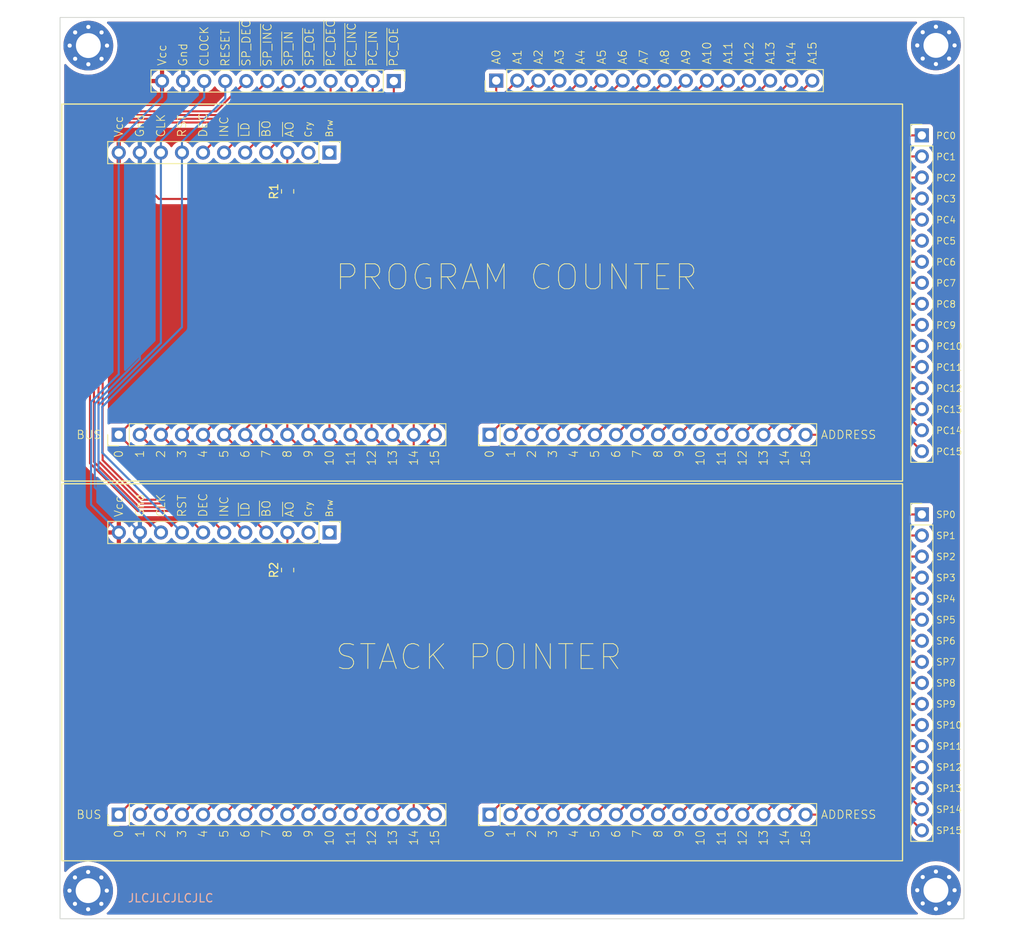
<source format=kicad_pcb>
(kicad_pcb (version 20211014) (generator pcbnew)
  (layers (0 "F.Cu" signal) (31 "B.Cu" signal) (34 "B.Paste" user) (35 "F.Paste" user) (36 "B.SilkS" user "B.Silkscreen") (37 "F.SilkS" user "F.Silkscreen") (38 "B.Mask" user) (39 "F.Mask" user) (44 "Edge.Cuts" user))
  (net 0 "")
  (net 3 "~{PC_ADDR_OUT}")
  (net 4 "~{PC_BUS_OUT}")
  (net 5 "~{PC_LOAD}")
  (net 6 "~{PC_INC}")
  (net 7 "~{PC_DEC}")
  (net 8 "RESET")
  (net 9 "CLOCK")
  (net 10 "GND")
  (net 11 "VCC")
  (net 12 "ADDR0")
  (net 13 "ADDR1")
  (net 14 "ADDR2")
  (net 15 "ADDR3")
  (net 16 "ADDR4")
  (net 17 "ADDR5")
  (net 18 "ADDR6")
  (net 19 "ADDR7")
  (net 20 "ADDR8")
  (net 21 "ADDR9")
  (net 22 "ADDR10")
  (net 23 "ADDR11")
  (net 24 "ADDR12")
  (net 25 "ADDR13")
  (net 26 "ADDR14")
  (net 27 "ADDR15")
  (net 28 "PC0")
  (net 29 "PC1")
  (net 30 "PC2")
  (net 31 "PC3")
  (net 32 "PC4")
  (net 33 "PC5")
  (net 34 "PC6")
  (net 35 "PC7")
  (net 36 "PC8")
  (net 37 "PC9")
  (net 38 "PC10")
  (net 39 "PC11")
  (net 40 "PC12")
  (net 41 "PC13")
  (net 42 "PC14")
  (net 43 "PC15")
  (net 46 "~{SP_ADDR_OUT}")
  (net 47 "~{SP_BUS_OUT}")
  (net 48 "~{SP_LOAD}")
  (net 49 "~{SP_INC}")
  (net 50 "~{SP_DEC}")
  (net 51 "SP0")
  (net 52 "SP1")
  (net 53 "SP2")
  (net 54 "SP3")
  (net 55 "SP4")
  (net 56 "SP5")
  (net 57 "SP6")
  (net 58 "SP7")
  (net 59 "SP8")
  (net 60 "SP9")
  (net 61 "SP10")
  (net 62 "SP11")
  (net 63 "SP12")
  (net 64 "SP13")
  (net 65 "SP14")
  (net 66 "SP15")
  (footprint "Connector_PinHeader_2.54mm:PinHeader_1x11_P2.54mm_Vertical" (layer "F.Cu") (at 135.09 34.08 -90)
    (fp_text reference "J1" hide)
    (fp_text value "Conn_01x11")
  )
  (footprint "Connector_PinHeader_2.54mm:PinHeader_1x11_P2.54mm_Vertical" (layer "F.Cu") (at 135.1 79.9 -90)
    (fp_text reference "J4" hide)
    (fp_text value "Conn_01x11")
  )
  (footprint "MountingHole:MountingHole_3mm_Pad_Via" (layer "F.Cu") (at 106 123.1)
    (fp_text reference "REF**" hide)
    (fp_text value "MountingHole_3mm_Pad_Via")
  )
  (footprint "Connector_PinHeader_2.54mm:PinHeader_1x16_P2.54mm_Vertical" (layer "F.Cu") (at 154.391 68.112 90)
    (fp_text reference "J3" hide)
    (fp_text value "Conn_01x16")
  )
  (footprint "Resistor_SMD:R_0805_2012Metric" (layer "F.Cu") (at 130.048 84.4315 90)
    (fp_text reference "R2")
    (fp_text value "R_US")
  )
  (footprint "Connector_PinHeader_2.54mm:PinHeader_1x16_P2.54mm_Vertical" (layer "F.Cu") (at 206.502 77.724)
    (fp_text reference "J10" hide)
    (fp_text value "Conn_01x16")
  )
  (footprint "Connector_PinHeader_2.54mm:PinHeader_1x16_P2.54mm_Vertical" (layer "F.Cu") (at 154.39 113.93 90)
    (fp_text reference "J6" hide)
    (fp_text value "Conn_01x16")
  )
  (footprint "Connector_PinHeader_2.54mm:PinHeader_1x16_P2.54mm_Vertical" (layer "F.Cu") (at 109.69 68.11 90)
    (fp_text reference "J2" hide)
    (fp_text value "Conn_01x16")
  )
  (footprint "Resistor_SMD:R_0805_2012Metric" (layer "F.Cu") (at 130.048 38.7585 90)
    (fp_text reference "R1")
    (fp_text value "R_US")
  )
  (footprint "Connector_PinHeader_2.54mm:PinHeader_1x16_P2.54mm_Vertical" (layer "F.Cu") (at 155.194 25.4 90)
    (fp_text reference "J8" hide)
    (fp_text value "Conn_01x16")
  )
  (footprint "MountingHole:MountingHole_3mm_Pad_Via" (layer "F.Cu") (at 208.2 21.15)
    (fp_text reference "REF**" hide)
    (fp_text value "MountingHole_3mm_Pad_Via")
  )
  (footprint "MountingHole:MountingHole_3mm_Pad_Via" (layer "F.Cu") (at 106.025 21.175)
    (fp_text reference "REF**" hide)
    (fp_text value "MountingHole_3mm_Pad_Via")
  )
  (footprint "Connector_PinHeader_2.54mm:PinHeader_1x16_P2.54mm_Vertical" (layer "F.Cu") (at 109.692 113.93 90)
    (fp_text reference "J5" hide)
    (fp_text value "Conn_01x16")
  )
  (footprint "MountingHole:MountingHole_3mm_Pad_Via" (layer "F.Cu") (at 208.2 123.05)
    (fp_text reference "REF**" hide)
    (fp_text value "MountingHole_3mm_Pad_Via")
  )
  (footprint "Connector_PinHeader_2.54mm:PinHeader_1x16_P2.54mm_Vertical" (layer "F.Cu") (at 206.502 32.004)
    (fp_text reference "J9" hide)
    (fp_text value "Conn_01x16")
  )
  (footprint "Connector_PinHeader_2.54mm:PinHeader_1x12_P2.54mm_Vertical" (layer "F.Cu") (at 142.85 25.45 -90)
    (fp_text reference "J7" hide)
    (fp_text value "Conn_01x12")
  )
  (gr_rect (start 204.175 74.025) (end 102.825 119.5) (layer "F.SilkS") (width 0.15) (fill none))
  (gr_rect (start 204.175 28.225) (end 102.825 73.7) (layer "F.SilkS") (width 0.15) (fill none))
  (gr_rect (start 102.616 17.78) (end 211.582 126.492) (layer "Edge.Cuts") (width 0.1) (fill none))
  (gr_text "JLCJLCJLCJLC" (at 115.95 124) (layer "B.SilkS") (effects (font (size 1 1))))
  (gr_text "Vcc" (at 109.687 32.298 90) (layer "F.SilkS") (effects (font (size 1 1) (thickness 0.1)) (justify left)))
  (gr_text "SP5" (at 208.175 90.45) (layer "F.SilkS") (effects (font (size 0.8 0.8) (thickness 0.1)) (justify left)))
  (gr_text "A8" (at 175.52 23.525 90) (layer "F.SilkS") (effects (font (size 1 1) (thickness 0.1)) (justify left)))
  (gr_text "0" (at 154.391 69.89 90) (layer "F.SilkS") (effects (font (size 1 1) (thickness 0.1)) (justify right)))
  (gr_text "DEC" (at 119.847 32.298 90) (layer "F.SilkS") (effects (font (size 1 1) (thickness 0.1)) (justify left)))
  (gr_text "11" (at 182.336 115.706 90) (layer "F.SilkS") (effects (font (size 1 1) (thickness 0.1)) (justify right)))
  (gr_text "SP1" (at 208.175 80.29) (layer "F.SilkS") (effects (font (size 0.8 0.8) (thickness 0.1)) (justify left)))
  (gr_text "PC8" (at 208.175 52.37) (layer "F.SilkS") (effects (font (size 0.8 0.8) (thickness 0.1)) (justify left)))
  (gr_text "A12" (at 185.68 23.525 90) (layer "F.SilkS") (effects (font (size 1 1) (thickness 0.1)) (justify left)))
  (gr_text "10" (at 179.791 69.89 90) (layer "F.SilkS") (effects (font (size 1 1) (thickness 0.1)) (justify right)))
  (gr_text "2" (at 114.767 69.89 90) (layer "F.SilkS") (effects (font (size 1 1) (thickness 0.1)) (justify right)))
  (gr_text "CLK" (at 114.767 32.298 90) (layer "F.SilkS") (effects (font (size 1 1) (thickness 0.1)) (justify left)))
  (gr_text "~{BO}" (at 127.467 32.298 90) (layer "F.SilkS") (effects (font (size 1 1) (thickness 0.1)) (justify left)))
  (gr_text "0" (at 154.396 115.706 90) (layer "F.SilkS") (effects (font (size 1 1) (thickness 0.1)) (justify right)))
  (gr_text "7" (at 127.467 69.89 90) (layer "F.SilkS") (effects (font (size 1 1) (thickness 0.1)) (justify right)))
  (gr_text "SP13" (at 208.175 110.77) (layer "F.SilkS") (effects (font (size 0.8 0.8) (thickness 0.1)) (justify left)))
  (gr_text "PC13" (at 208.175 65.07) (layer "F.SilkS") (effects (font (size 0.8 0.8) (thickness 0.1)) (justify left)))
  (gr_text "PC0" (at 208.175 32.05) (layer "F.SilkS") (effects (font (size 0.8 0.8) (thickness 0.1)) (justify left)))
  (gr_text "~{PC_INC}" (at 137.761 23.75 90) (layer "F.SilkS") (effects (font (size 1 1) (thickness 0.1)) (justify left)))
  (gr_text "RST" (at 117.312 78.114 90) (layer "F.SilkS") (effects (font (size 1 1) (thickness 0.1)) (justify left)))
  (gr_text "9" (at 177.251 69.89 90) (layer "F.SilkS") (effects (font (size 1 1) (thickness 0.1)) (justify right)))
  (gr_text "15" (at 147.792 115.706 90) (layer "F.SilkS") (effects (font (size 1 1) (thickness 0.1)) (justify right)))
  (gr_text "5" (at 167.096 115.706 90) (layer "F.SilkS") (effects (font (size 1 1) (thickness 0.1)) (justify right)))
  (gr_text "15" (at 147.787 69.89 90) (layer "F.SilkS") (effects (font (size 1 1) (thickness 0.1)) (justify right)))
  (gr_text "3" (at 162.011 69.89 90) (layer "F.SilkS") (effects (font (size 1 1) (thickness 0.1)) (justify right)))
  (gr_text "6" (at 169.636 115.706 90) (layer "F.SilkS") (effects (font (size 1 1) (thickness 0.1)) (justify right)))
  (gr_text "PC10" (at 208.175 57.45) (layer "F.SilkS") (effects (font (size 0.8 0.8) (thickness 0.1)) (justify left)))
  (gr_text "A7" (at 172.98 23.525 90) (layer "F.SilkS") (effects (font (size 1 1) (thickness 0.1)) (justify left)))
  (gr_text "1" (at 156.936 115.706 90) (layer "F.SilkS") (effects (font (size 1 1) (thickness 0.1)) (justify right)))
  (gr_text "~{SP_IN}" (at 130.161 23.725 90) (layer "F.SilkS") (effects (font (size 1 1) (thickness 0.1)) (justify left)))
  (gr_text "13" (at 187.411 69.89 90) (layer "F.SilkS") (effects (font (size 1 1) (thickness 0.1)) (justify right)))
  (gr_text "SP6" (at 208.175 92.99) (layer "F.SilkS") (effects (font (size 0.8 0.8) (thickness 0.1)) (justify left)))
  (gr_text "8" (at 130.012 115.706 90) (layer "F.SilkS") (effects (font (size 1 1) (thickness 0.1)) (justify right)))
  (gr_text "5" (at 122.392 115.706 90) (layer "F.SilkS") (effects (font (size 1 1) (thickness 0.1)) (justify right)))
  (gr_text "11" (at 182.331 69.89 90) (layer "F.SilkS") (effects (font (size 1 1) (thickness 0.1)) (justify right)))
  (gr_text "~{AO}" (at 130.266 78.114 90) (layer "F.SilkS") (effects (font (size 1 1) (thickness 0.1)) (justify left)))
  (gr_text "~{PC_DEC}" (at 135.236 23.75 90) (layer "F.SilkS") (effects (font (size 1 1) (thickness 0.1)) (justify left)))
  (gr_text "Cry" (at 132.552 78.114 90) (layer "F.SilkS") (effects (font (size 0.8 0.8) (thickness 0.1)) (justify left)))
  (gr_text "SP8" (at 208.175 98.07) (layer "F.SilkS") (effects (font (size 0.8 0.8) (thickness 0.1)) (justify left)))
  (gr_text "PC15" (at 208.175 70.15) (layer "F.SilkS") (effects (font (size 0.8 0.8) (thickness 0.1)) (justify left)))
  (gr_text "SP10" (at 208.175 103.15) (layer "F.SilkS") (effects (font (size 0.8 0.8) (thickness 0.1)) (justify left)))
  (gr_text "12" (at 140.167 69.89 90) (layer "F.SilkS") (effects (font (size 1 1) (thickness 0.1)) (justify right)))
  (gr_text "A11" (at 183.14 23.525 90) (layer "F.SilkS") (effects (font (size 1 1) (thickness 0.1)) (justify left)))
  (gr_text "PC7" (at 208.175 49.83) (layer "F.SilkS") (effects (font (size 0.8 0.8) (thickness 0.1)) (justify left)))
  (gr_text "A13" (at 188.22 23.525 90) (layer "F.SilkS") (effects (font (size 1 1) (thickness 0.1)) (justify left)))
  (gr_text "ADDRESS" (at 194.269 68.112) (layer "F.SilkS") (effects (font (size 1 1) (thickness 0.1)) (justify left)))
  (gr_text "Brw" (at 135.087 32.298 90) (layer "F.SilkS") (effects (font (size 0.8 0.8) (thickness 0.1)) (justify left)))
  (gr_text "13" (at 187.416 115.706 90) (layer "F.SilkS") (effects (font (size 1 1) (thickness 0.1)) (justify right)))
  (gr_text "SP15" (at 208.175 115.85) (layer "F.SilkS") (effects (font (size 0.8 0.8) (thickness 0.1)) (justify left)))
  (gr_text "DEC" (at 119.852 78.114 90) (layer "F.SilkS") (effects (font (size 1 1) (thickness 0.1)) (justify left)))
  (gr_text "4" (at 164.556 115.706 90) (layer "F.SilkS") (effects (font (size 1 1) (thickness 0.1)) (justify right)))
  (gr_text "1" (at 156.931 69.89 90) (layer "F.SilkS") (effects (font (size 1 1) (thickness 0.1)) (justify right)))
  (gr_text "PC3" (at 208.175 39.67) (layer "F.SilkS") (effects (font (size 0.8 0.8) (thickness 0.1)) (justify left)))
  (gr_text "PC9" (at 208.175 54.91) (layer "F.SilkS") (effects (font (size 0.8 0.8) (thickness 0.1)) (justify left)))
  (gr_text "SP14" (at 208.175 113.31) (layer "F.SilkS") (effects (font (size 0.8 0.8) (thickness 0.1)) (justify left)))
  (gr_text "PC11" (at 208.175 59.99) (layer "F.SilkS") (effects (font (size 0.8 0.8) (thickness 0.1)) (justify left)))
  (gr_text "10" (at 135.087 69.89 90) (layer "F.SilkS") (effects (font (size 1 1) (thickness 0.1)) (justify right)))
  (gr_text "12" (at 184.876 115.706 90) (layer "F.SilkS") (effects (font (size 1 1) (thickness 0.1)) (justify right)))
  (gr_text "STACK POINTER" (at 135.65 94.925) (layer "F.SilkS") (effects (font (size 3 3) (thickness 0.1)) (justify left)))
  (gr_text "3" (at 162.016 115.706 90) (layer "F.SilkS") (effects (font (size 1 1) (thickness 0.1)) (justify right)))
  (gr_text "13" (at 142.707 69.89 90) (layer "F.SilkS") (effects (font (size 1 1) (thickness 0.1)) (justify right)))
  (gr_text "2" (at 159.476 115.706 90) (layer "F.SilkS") (effects (font (size 1 1) (thickness 0.1)) (justify right)))
  (gr_text "SP12" (at 208.175 108.23) (layer "F.SilkS") (effects (font (size 0.8 0.8) (thickness 0.1)) (justify left)))
  (gr_text "~{SP_DEC}" (at 125.061 23.75 90) (layer "F.SilkS") (effects (font (size 1 1) (thickness 0.1)) (justify left)))
  (gr_text "SP9" (at 208.175 100.61) (layer "F.SilkS") (effects (font (size 0.8 0.8) (thickness 0.1)) (justify left)))
  (gr_text "~{LD}" (at 124.927 32.298 90) (layer "F.SilkS") (effects (font (size 1 1) (thickness 0.1)) (justify left)))
  (gr_text "1" (at 112.232 115.706 90) (layer "F.SilkS") (effects (font (size 1 1) (thickness 0.1)) (justify right)))
  (gr_text "PC5" (at 208.175 44.75) (layer "F.SilkS") (effects (font (size 0.8 0.8) (thickness 0.1)) (justify left)))
  (gr_text "15" (at 192.496 115.706 90) (layer "F.SilkS") (effects (font (size 1 1) (thickness 0.1)) (justify right)))
  (gr_text "6" (at 169.631 69.89 90) (layer "F.SilkS") (effects (font (size 1 1) (thickness 0.1)) (justify right)))
  (gr_text "Gnd" (at 117.436 23.75 90) (layer "F.SilkS") (effects (font (size 1 1) (thickness 0.1)) (justify left)))
  (gr_text "CLK" (at 114.772 78.114 90) (layer "F.SilkS") (effects (font (size 1 1) (thickness 0.1)) (justify left)))
  (gr_text "PROGRAM COUNTER" (at 135.645 49.109) (layer "F.SilkS") (effects (font (size 3 3) (thickness 0.1)) (justify left)))
  (gr_text "12" (at 140.172 115.706 90) (layer "F.SilkS") (effects (font (size 1 1) (thickness 0.1)) (justify right)))
  (gr_text "BUS" (at 107.655 68.112) (layer "F.SilkS") (effects (font (size 1 1) (thickness 0.1)) (justify right)))
  (gr_text "1" (at 112.227 69.89 90) (layer "F.SilkS") (effects (font (size 1 1) (thickness 0.1)) (justify right)))
  (gr_text "PC4" (at 208.175 42.21) (layer "F.SilkS") (effects (font (size 0.8 0.8) (thickness 0.1)) (justify left)))
  (gr_text "8" (at 174.716 115.706 90) (layer "F.SilkS") (effects (font (size 1 1) (thickness 0.1)) (justify right)))
  (gr_text "9" (at 132.552 115.706 90) (layer "F.SilkS") (effects (font (size 1 1) (thickness 0.1)) (justify right)))
  (gr_text "~{SP_INC}" (at 127.611 23.775 90) (layer "F.SilkS") (effects (font (size 1 1) (thickness 0.1)) (justify left)))
  (gr_text "PC6" (at 208.175 47.29) (layer "F.SilkS") (effects (font (size 0.8 0.8) (thickness 0.1)) (justify left)))
  (gr_text "RST" (at 117.307 32.298 90) (layer "F.SilkS") (effects (font (size 1 1) (thickness 0.1)) (justify left)))
  (gr_text "A1" (at 157.74 23.525 90) (layer "F.SilkS") (effects (font (size 1 1) (thickness 0.1)) (justify left)))
  (gr_text "A9" (at 178.06 23.525 90) (layer "F.SilkS") (effects (font (size 1 1) (thickness 0.1)) (justify left)))
  (gr_text "6" (at 124.932 115.706 90) (layer "F.SilkS") (effects (font (size 1 1) (thickness 0.1)) (justify right)))
  (gr_text "Gnd" (at 112.227 32.298 90) (layer "F.SilkS") (effects (font (size 1 1) (thickness 0.1)) (justify left)))
  (gr_text "PC2" (at 208.175 37.13) (layer "F.SilkS") (effects (font (size 0.8 0.8) (thickness 0.1)) (justify left)))
  (gr_text "RESET" (at 122.536 23.775 90) (layer "F.SilkS") (effects (font (size 1 1) (thickness 0.1)) (justify left)))
  (gr_text "Vcc" (at 114.911 23.675 90) (layer "F.SilkS") (effects (font (size 1 1) (thickness 0.1)) (justify left)))
  (gr_text "5" (at 122.387 69.89 90) (layer "F.SilkS") (effects (font (size 1 1) (thickness 0.1)) (justify right)))
  (gr_text "14" (at 145.252 115.706 90) (layer "F.SilkS") (effects (font (size 1 1) (thickness 0.1)) (justify right)))
  (gr_text "12" (at 184.871 69.89 90) (layer "F.SilkS") (effects (font (size 1 1) (thickness 0.1)) (justify right)))
  (gr_text "~{PC_IN}" (at 140.311 23.725 90) (layer "F.SilkS") (effects (font (size 1 1) (thickness 0.1)) (justify left)))
  (gr_text "SP4" (at 208.175 87.91) (layer "F.SilkS") (effects (font (size 0.8 0.8) (thickness 0.1)) (justify left)))
  (gr_text "CLOCK" (at 119.996 23.75 90) (layer "F.SilkS") (effects (font (size 1 1) (thickness 0.1)) (justify left)))
  (gr_text "~{BO}" (at 127.472 78.114 90) (layer "F.SilkS") (effects (font (size 1 1) (thickness 0.1)) (justify left)))
  (gr_text "A4" (at 165.36 23.525 90) (layer "F.SilkS") (effects (font (size 1 1) (thickness 0.1)) (justify left)))
  (gr_text "10" (at 179.796 115.706 90) (layer "F.SilkS") (effects (font (size 1 1) (thickness 0.1)) (justify right)))
  (gr_text "PC14" (at 208.175 67.61) (layer "F.SilkS") (effects (font (size 0.8 0.8) (thickness 0.1)) (justify left)))
  (gr_text "A3" (at 162.82 23.525 90) (layer "F.SilkS") (effects (font (size 1 1) (thickness 0.1)) (justify left)))
  (gr_text "9" (at 177.256 115.706 90) (layer "F.SilkS") (effects (font (size 1 1) (thickness 0.1)) (justify right)))
  (gr_text "SP2" (at 208.175 82.83) (layer "F.SilkS") (effects (font (size 0.8 0.8) (thickness 0.1)) (justify left)))
  (gr_text "A14" (at 190.76 23.525 90) (layer "F.SilkS") (effects (font (size 1 1) (thickness 0.1)) (justify left)))
  (gr_text "A0" (at 155.2 23.525 90) (layer "F.SilkS") (effects (font (size 1 1) (thickness 0.1)) (justify left)))
  (gr_text "A2" (at 160.28 23.525 90) (layer "F.SilkS") (effects (font (size 1 1) (thickness 0.1)) (justify left)))
  (gr_text "INC" (at 122.392 78.114 90) (layer "F.SilkS") (effects (font (size 1 1) (thickness 0.1)) (justify left)))
  (gr_text "11" (at 137.627 69.89 90) (layer "F.SilkS") (effects (font (size 1 1) (thickness 0.1)) (justify right)))
  (gr_text "8" (at 130.007 69.89 90) (layer "F.SilkS") (effects (font (size 1 1) (thickness 0.1)) (justify right)))
  (gr_text "14" (at 145.247 69.89 90) (layer "F.SilkS") (effects (font (size 1 1) (thickness 0.1)) (justify right)))
  (gr_text "7" (at 172.171 69.89 90) (layer "F.SilkS") (effects (font (size 1 1) (thickness 0.1)) (justify right)))
  (gr_text "A10" (at 180.6 23.525 90) (layer "F.SilkS") (effects (font (size 1 1) (thickness 0.1)) (justify left)))
  (gr_text "0" (at 109.687 69.89 90) (layer "F.SilkS") (effects (font (size 1 1) (thickness 0.1)) (justify right)))
  (gr_text "SP3" (at 208.175 85.37) (layer "F.SilkS") (effects (font (size 0.8 0.8) (thickness 0.1)) (justify left)))
  (gr_text "Cry" (at 132.547 32.298 90) (layer "F.SilkS") (effects (font (size 0.8 0.8) (thickness 0.1)) (justify left)))
  (gr_text "SP0" (at 208.175 77.75) (layer "F.SilkS") (effects (font (size 0.8 0.8) (thickness 0.1)) (justify left)))
  (gr_text "5" (at 167.091 69.89 90) (layer "F.SilkS") (effects (font (size 1 1) (thickness 0.1)) (justify right)))
  (gr_text "10" (at 135.092 115.706 90) (layer "F.SilkS") (effects (font (size 1 1) (thickness 0.1)) (justify right)))
  (gr_text "Gnd" (at 112.232 78.114 90) (layer "F.SilkS") (effects (font (size 1 1) (thickness 0.1)) (justify left)))
  (gr_text "BUS" (at 107.66 113.928) (layer "F.SilkS") (effects (font (size 1 1) (thickness 0.1)) (justify right)))
  (gr_text "A5" (at 167.9 23.525 90) (layer "F.SilkS") (effects (font (size 1 1) (thickness 0.1)) (justify left)))
  (gr_text "7" (at 127.472 115.706 90) (layer "F.SilkS") (effects (font (size 1 1) (thickness 0.1)) (justify right)))
  (gr_text "SP7" (at 208.175 95.53) (layer "F.SilkS") (effects (font (size 0.8 0.8) (thickness 0.1)) (justify left)))
  (gr_text "0" (at 109.692 115.706 90) (layer "F.SilkS") (effects (font (size 1 1) (thickness 0.1)) (justify right)))
  (gr_text "2" (at 159.471 69.89 90) (layer "F.SilkS") (effects (font (size 1 1) (thickness 0.1)) (justify right)))
  (gr_text "~{AO}" (at 130.261 32.298 90) (layer "F.SilkS") (effects (font (size 1 1) (thickness 0.1)) (justify left)))
  (gr_text "13" (at 142.712 115.706 90) (layer "F.SilkS") (effects (font (size 1 1) (thickness 0.1)) (justify right)))
  (gr_text "INC" (at 122.387 32.298 90) (layer "F.SilkS") (effects (font (size 1 1) (thickness 0.1)) (justify left)))
  (gr_text "~{LD}" (at 124.932 78.114 90) (layer "F.SilkS") (effects (font (size 1 1) (thickness 0.1)) (justify left)))
  (gr_text "8" (at 174.711 69.89 90) (layer "F.SilkS") (effects (font (size 1 1) (thickness 0.1)) (justify right)))
  (gr_text "Vcc" (at 109.692 78.114 90) (layer "F.SilkS") (effects (font (size 1 1) (thickness 0.1)) (justify left)))
  (gr_text "4" (at 164.551 69.89 90) (layer "F.SilkS") (effects (font (size 1 1) (thickness 0.1)) (justify right)))
  (gr_text "Brw" (at 135.092 78.114 90) (layer "F.SilkS") (effects (font (size 0.8 0.8) (thickness 0.1)) (justify left)))
  (gr_text "14" (at 189.956 115.706 90) (layer "F.SilkS") (effects (font (size 1 1) (thickness 0.1)) (justify right)))
  (gr_text "15" (at 192.491 69.89 90) (layer "F.SilkS") (effects (font (size 1 1) (thickness 0.1)) (justify right)))
  (gr_text "7" (at 172.176 115.706 90) (layer "F.SilkS") (effects (font (size 1 1) (thickness 0.1)) (justify right)))
  (gr_text "4" (at 119.852 115.706 90) (layer "F.SilkS") (effects (font (size 1 1) (thickness 0.1)) (justify right)))
  (gr_text "2" (at 114.772 115.706 90) (layer "F.SilkS") (effects (font (size 1 1) (thickness 0.1)) (justify right)))
  (gr_text "11" (at 137.632 115.706 90) (layer "F.SilkS") (effects (font (size 1 1) (thickness 0.1)) (justify right)))
  (gr_text "6" (at 124.927 69.89 90) (layer "F.SilkS") (effects (font (size 1 1) (thickness 0.1)) (justify right)))
  (gr_text "4" (at 119.847 69.89 90) (layer "F.SilkS") (effects (font (size 1 1) (thickness 0.1)) (justify right)))
  (gr_text "3" (at 117.307 69.89 90) (layer "F.SilkS") (effects (font (size 1 1) (thickness 0.1)) (justify right)))
  (gr_text "3" (at 117.312 115.706 90) (layer "F.SilkS") (effects (font (size 1 1) (thickness 0.1)) (justify right)))
  (gr_text "PC1" (at 208.175 34.59) (layer "F.SilkS") (effects (font (size 0.8 0.8) (thickness 0.1)) (justify left)))
  (gr_text "9" (at 132.547 69.89 90) (layer "F.SilkS") (effects (font (size 1 1) (thickness 0.1)) (justify right)))
  (gr_text "A15" (at 193.3 23.525 90) (layer "F.SilkS") (effects (font (size 1 1) (thickness 0.1)) (justify left)))
  (gr_text "~{SP_OE}" (at 132.681 23.725 90) (layer "F.SilkS") (effects (font (size 1 1) (thickness 0.1)) (justify left)))
  (gr_text "SP11" (at 208.175 105.69) (layer "F.SilkS") (effects (font (size 0.8 0.8) (thickness 0.1)) (justify left)))
  (gr_text "~{PC_OE}" (at 142.836 23.75 90) (layer "F.SilkS") (effects (font (size 1 1) (thickness 0.1)) (justify left)))
  (gr_text "14" (at 189.951 69.89 90) (layer "F.SilkS") (effects (font (size 1 1) (thickness 0.1)) (justify right)))
  (gr_text "PC12" (at 208.175 62.53) (layer "F.SilkS") (effects (font (size 0.8 0.8) (thickness 0.1)) (justify left)))
  (gr_text "A6" (at 170.44 23.525 90) (layer "F.SilkS") (effects (font (size 1 1) (thickness 0.1)) (justify left)))
  (gr_text "ADDRESS" (at 194.274 113.928) (layer "F.SilkS") (effects (font (size 1 1) (thickness 0.1)) (justify left)))
  (segment (start 130.01 37.808) (end 130.01 34.08) (width 0.25) (layer "F.Cu") (net 3))
  (segment (start 130.048 37.846) (end 130.01 37.808) (width 0.25) (layer "F.Cu") (net 3))
  (segment (start 129.301957 32.248043) (end 127.47 34.08) (width 0.25) (layer "F.Cu") (net 4))
  (segment (start 142.85 25.45) (end 142.85 27.85) (width 0.25) (layer "F.Cu") (net 4))
  (segment (start 138.451957 32.248043) (end 129.301957 32.248043) (width 0.25) (layer "F.Cu") (net 4))
  (segment (start 142.85 27.85) (end 138.451957 32.248043) (width 0.25) (layer "F.Cu") (net 4))
  (segment (start 127.211469 31.798531) (end 124.93 34.08) (width 0.25) (layer "F.Cu") (net 5))
  (segment (start 140.31 25.45) (end 140.31 27.915) (width 0.25) (layer "F.Cu") (net 5))
  (segment (start 140.31 27.915) (end 136.426469 31.798531) (width 0.25) (layer "F.Cu") (net 5))
  (segment (start 136.426469 31.798531) (end 127.211469 31.798531) (width 0.25) (layer "F.Cu") (net 5))
  (segment (start 125.120979 31.349021) (end 122.39 34.08) (width 0.25) (layer "F.Cu") (net 6))
  (segment (start 137.77 25.45) (end 137.77 28.155) (width 0.25) (layer "F.Cu") (net 6))
  (segment (start 137.77 28.155) (end 134.575979 31.349021) (width 0.25) (layer "F.Cu") (net 6))
  (segment (start 134.575979 31.349021) (end 125.120979 31.349021) (width 0.25) (layer "F.Cu") (net 6))
  (segment (start 132.350489 30.899511) (end 123.030489 30.899511) (width 0.25) (layer "F.Cu") (net 7))
  (segment (start 135.23 25.45) (end 135.23 28.02) (width 0.25) (layer "F.Cu") (net 7))
  (segment (start 123.030489 30.899511) (end 119.85 34.08) (width 0.25) (layer "F.Cu") (net 7))
  (segment (start 135.23 28.02) (end 132.350489 30.899511) (width 0.25) (layer "F.Cu") (net 7))
  (segment (start 117.31 32.765) (end 117.31 34.08) (width 0.25) (layer "B.Cu") (net 8))
  (segment (start 117.31 34.08) (end 117.31 55.136408) (width 0.25) (layer "B.Cu") (net 8))
  (segment (start 107.699022 64.747386) (end 107.699022 70.279022) (width 0.25) (layer "B.Cu") (net 8))
  (segment (start 117.31 55.136408) (end 107.699022 64.747386) (width 0.25) (layer "B.Cu") (net 8))
  (segment (start 107.699022 70.279022) (end 117.32 79.9) (width 0.25) (layer "B.Cu") (net 8))
  (segment (start 122.53 25.45) (end 122.53 27.545) (width 0.25) (layer "B.Cu") (net 8))
  (segment (start 122.53 27.545) (end 117.31 32.765) (width 0.25) (layer "B.Cu") (net 8))
  (segment (start 119.99 27.46) (end 114.77 32.68) (width 0.25) (layer "B.Cu") (net 9))
  (segment (start 114.77 32.68) (end 114.77 34.08) (width 0.25) (layer "B.Cu") (net 9))
  (segment (start 114.77 57.040704) (end 107.249511 64.561193) (width 0.25) (layer "B.Cu") (net 9))
  (segment (start 119.99 25.45) (end 119.99 27.46) (width 0.25) (layer "B.Cu") (net 9))
  (segment (start 114.77 34.08) (end 114.77 57.040704) (width 0.25) (layer "B.Cu") (net 9))
  (segment (start 107.249511 64.561193) (end 107.249511 72.369511) (width 0.25) (layer "B.Cu") (net 9))
  (segment (start 107.249511 72.369511) (end 114.78 79.9) (width 0.25) (layer "B.Cu") (net 9))
  (segment (start 114.494 85.344) (end 112.2 83.05) (width 0.25) (layer "F.Cu") (net 10))
  (segment (start 130.048 85.344) (end 114.494 85.344) (width 0.25) (layer "F.Cu") (net 10))
  (segment (start 114.521 39.671) (end 112.2 37.35) (width 0.25) (layer "F.Cu") (net 10))
  (segment (start 112.2 83.05) (end 112.24 83.01) (width 0.25) (layer "F.Cu") (net 10))
  (segment (start 112.23 37.32) (end 112.23 34.08) (width 0.25) (layer "F.Cu") (net 10))
  (segment (start 112.24 83.01) (end 112.24 79.9) (width 0.25) (layer "F.Cu") (net 10))
  (segment (start 130.048 39.671) (end 114.521 39.671) (width 0.25) (layer "F.Cu") (net 10))
  (segment (start 112.2 37.35) (end 112.23 37.32) (width 0.25) (layer "F.Cu") (net 10))
  (segment (start 112.23 34.08) (end 112.23 58.945) (width 0.25) (layer "B.Cu") (net 10))
  (segment (start 112.23 32.62) (end 112.23 34.08) (width 0.25) (layer "B.Cu") (net 10))
  (segment (start 117.45 25.45) (end 117.45 27.4) (width 0.25) (layer "B.Cu") (net 10))
  (segment (start 106.8 64.375) (end 106.8 74.46) (width 0.25) (layer "B.Cu") (net 10))
  (segment (start 117.45 27.4) (end 112.23 32.62) (width 0.25) (layer "B.Cu") (net 10))
  (segment (start 112.23 58.945) (end 106.8 64.375) (width 0.25) (layer "B.Cu") (net 10))
  (segment (start 106.8 74.46) (end 112.24 79.9) (width 0.25) (layer "B.Cu") (net 10))
  (segment (start 114.91 27.365) (end 109.69 32.585) (width 0.25) (layer "B.Cu") (net 11))
  (segment (start 106.35 64.15) (end 106.35 76.55) (width 0.25) (layer "B.Cu") (net 11))
  (segment (start 109.69 32.585) (end 109.69 34.08) (width 0.25) (layer "B.Cu") (net 11))
  (segment (start 109.69 34.08) (end 109.69 60.81) (width 0.25) (layer "B.Cu") (net 11))
  (segment (start 114.91 25.45) (end 114.91 27.365) (width 0.25) (layer "B.Cu") (net 11))
  (segment (start 106.35 76.55) (end 109.7 79.9) (width 0.25) (layer "B.Cu") (net 11))
  (segment (start 109.69 60.81) (end 106.35 64.15) (width 0.25) (layer "B.Cu") (net 11))
  (segment (start 155.194 33.381) (end 155.194 25.4) (width 0.25) (layer "F.Cu") (net 12))
  (segment (start 115.425 62.375) (end 126.2 62.375) (width 0.25) (layer "F.Cu") (net 12))
  (segment (start 109.69 68.11) (end 117.055 75.475) (width 0.25) (layer "F.Cu") (net 12))
  (segment (start 138.857336 84.764664) (end 109.692 113.93) (width 0.25) (layer "F.Cu") (net 12))
  (segment (start 109.69 68.11) (end 115.425 62.375) (width 0.25) (layer "F.Cu") (net 12))
  (segment (start 134.13935 75.475) (end 138.857336 80.192986) (width 0.25) (layer "F.Cu") (net 12))
  (segment (start 138.857336 80.192986) (end 138.857336 84.764664) (width 0.25) (layer "F.Cu") (net 12))
  (segment (start 126.2 62.375) (end 155.194 33.381) (width 0.25) (layer "F.Cu") (net 12))
  (segment (start 117.055 75.475) (end 134.13935 75.475) (width 0.25) (layer "F.Cu") (net 12))
  (segment (start 126.386194 62.82451) (end 155.643511 33.567193) (width 0.25) (layer "F.Cu") (net 13))
  (segment (start 134.343411 75.025489) (end 139.306847 79.988925) (width 0.25) (layer "F.Cu") (net 13))
  (segment (start 139.306847 86.855153) (end 112.232 113.93) (width 0.25) (layer "F.Cu") (net 13))
  (segment (start 112.23 68.11) (end 119.145489 75.025489) (width 0.25) (layer "F.Cu") (net 13))
  (segment (start 155.643511 27.490489) (end 157.734 25.4) (width 0.25) (layer "F.Cu") (net 13))
  (segment (start 117.51549 62.82451) (end 126.386194 62.82451) (width 0.25) (layer "F.Cu") (net 13))
  (segment (start 119.145489 75.025489) (end 134.343411 75.025489) (width 0.25) (layer "F.Cu") (net 13))
  (segment (start 155.643511 33.567193) (end 155.643511 27.490489) (width 0.25) (layer "F.Cu") (net 13))
  (segment (start 112.23 68.11) (end 117.51549 62.82451) (width 0.25) (layer "F.Cu") (net 13))
  (segment (start 139.306847 79.988925) (end 139.306847 86.855153) (width 0.25) (layer "F.Cu") (net 13))
  (segment (start 134.529604 74.575978) (end 139.756358 79.802732) (width 0.25) (layer "F.Cu") (net 14))
  (segment (start 156.093024 33.753384) (end 156.093024 29.580976) (width 0.25) (layer "F.Cu") (net 14))
  (segment (start 114.77 68.11) (end 121.235978 74.575978) (width 0.25) (layer "F.Cu") (net 14))
  (segment (start 121.235978 74.575978) (end 134.529604 74.575978) (width 0.25) (layer "F.Cu") (net 14))
  (segment (start 139.756358 88.945642) (end 114.772 113.93) (width 0.25) (layer "F.Cu") (net 14))
  (segment (start 156.093024 29.580976) (end 160.274 25.4) (width 0.25) (layer "F.Cu") (net 14))
  (segment (start 119.60598 63.27402) (end 126.572388 63.27402) (width 0.25) (layer "F.Cu") (net 14))
  (segment (start 114.77 68.11) (end 119.60598 63.27402) (width 0.25) (layer "F.Cu") (net 14))
  (segment (start 139.756358 79.802732) (end 139.756358 88.945642) (width 0.25) (layer "F.Cu") (net 14))
  (segment (start 126.572388 63.27402) (end 156.093024 33.753384) (width 0.25) (layer "F.Cu") (net 14))
  (segment (start 156.542535 31.671465) (end 162.814 25.4) (width 0.25) (layer "F.Cu") (net 15))
  (segment (start 117.31 68.11) (end 121.69647 63.72353) (width 0.25) (layer "F.Cu") (net 15))
  (segment (start 156.542535 33.939577) (end 156.542535 31.671465) (width 0.25) (layer "F.Cu") (net 15))
  (segment (start 126.758582 63.72353) (end 156.542535 33.939577) (width 0.25) (layer "F.Cu") (net 15))
  (segment (start 117.31 68.11) (end 123.326467 74.126467) (width 0.25) (layer "F.Cu") (net 15))
  (segment (start 134.715797 74.126467) (end 140.205869 79.616539) (width 0.25) (layer "F.Cu") (net 15))
  (segment (start 121.69647 63.72353) (end 126.758582 63.72353) (width 0.25) (layer "F.Cu") (net 15))
  (segment (start 123.326467 74.126467) (end 134.715797 74.126467) (width 0.25) (layer "F.Cu") (net 15))
  (segment (start 140.205869 79.616539) (end 140.205869 91.036131) (width 0.25) (layer "F.Cu") (net 15))
  (segment (start 140.205869 91.036131) (end 117.312 113.93) (width 0.25) (layer "F.Cu") (net 15))
  (segment (start 119.85 68.11) (end 123.78696 64.17304) (width 0.25) (layer "F.Cu") (net 16))
  (segment (start 119.85 68.11) (end 125.416957 73.676957) (width 0.25) (layer "F.Cu") (net 16))
  (segment (start 140.65538 93.12662) (end 119.852 113.93) (width 0.25) (layer "F.Cu") (net 16))
  (segment (start 126.944776 64.17304) (end 158.8057 32.312116) (width 0.25) (layer "F.Cu") (net 16))
  (segment (start 123.78696 64.17304) (end 126.944776 64.17304) (width 0.25) (layer "F.Cu") (net 16))
  (segment (start 134.901991 73.676957) (end 140.65538 79.430346) (width 0.25) (layer "F.Cu") (net 16))
  (segment (start 158.8057 32.312116) (end 158.8057 31.9483) (width 0.25) (layer "F.Cu") (net 16))
  (segment (start 125.416957 73.676957) (end 134.901991 73.676957) (width 0.25) (layer "F.Cu") (net 16))
  (segment (start 140.65538 79.430346) (end 140.65538 93.12662) (width 0.25) (layer "F.Cu") (net 16))
  (segment (start 158.8057 31.9483) (end 165.354 25.4) (width 0.25) (layer "F.Cu") (net 16))
  (segment (start 141.104891 95.217109) (end 122.392 113.93) (width 0.25) (layer "F.Cu") (net 17))
  (segment (start 127.13097 64.62255) (end 149.90352 41.85) (width 0.25) (layer "F.Cu") (net 17))
  (segment (start 141.104891 79.244123) (end 141.104891 95.217109) (width 0.25) (layer "F.Cu") (net 17))
  (segment (start 127.507447 73.227447) (end 135.088215 73.227447) (width 0.25) (layer "F.Cu") (net 17))
  (segment (start 122.39 68.11) (end 127.507447 73.227447) (width 0.25) (layer "F.Cu") (net 17))
  (segment (start 151.444 41.85) (end 167.894 25.4) (width 0.25) (layer "F.Cu") (net 17))
  (segment (start 125.877449 64.622551) (end 127.13097 64.62255) (width 0.25) (layer "F.Cu") (net 17))
  (segment (start 122.39 68.11) (end 125.877449 64.622551) (width 0.25) (layer "F.Cu") (net 17))
  (segment (start 149.90352 41.85) (end 151.444 41.85) (width 0.25) (layer "F.Cu") (net 17))
  (segment (start 135.088215 73.227447) (end 141.104891 79.244123) (width 0.25) (layer "F.Cu") (net 17))
  (segment (start 124.93 68.11) (end 129.597937 72.777937) (width 0.25) (layer "F.Cu") (net 18))
  (segment (start 124.93 67.459224) (end 149.964224 42.425) (width 0.25) (layer "F.Cu") (net 18))
  (segment (start 135.274409 72.777937) (end 141.554402 79.05793) (width 0.25) (layer "F.Cu") (net 18))
  (segment (start 153.409 42.425) (end 170.434 25.4) (width 0.25) (layer "F.Cu") (net 18))
  (segment (start 129.597937 72.777937) (end 135.274409 72.777937) (width 0.25) (layer "F.Cu") (net 18))
  (segment (start 141.554402 97.307598) (end 124.932 113.93) (width 0.25) (layer "F.Cu") (net 18))
  (segment (start 124.93 68.11) (end 124.93 67.459224) (width 0.25) (layer "F.Cu") (net 18))
  (segment (start 149.964224 42.425) (end 153.409 42.425) (width 0.25) (layer "F.Cu") (net 18))
  (segment (start 141.554402 79.05793) (end 141.554402 97.307598) (width 0.25) (layer "F.Cu") (net 18))
  (segment (start 155.437618 42.936382) (end 172.974 25.4) (width 0.25) (layer "F.Cu") (net 19))
  (segment (start 142.003913 99.398087) (end 127.472 113.93) (width 0.25) (layer "F.Cu") (net 19))
  (segment (start 127.47 68.11) (end 127.47 65.554928) (width 0.25) (layer "F.Cu") (net 19))
  (segment (start 135.51125 72.328427) (end 142.003913 78.82109) (width 0.25) (layer "F.Cu") (net 19))
  (segment (start 142.003913 78.82109) (end 142.003913 99.398087) (width 0.25) (layer "F.Cu") (net 19))
  (segment (start 131.688427 72.328427) (end 135.51125 72.328427) (width 0.25) (layer "F.Cu") (net 19))
  (segment (start 150.088546 42.936382) (end 155.437618 42.936382) (width 0.25) (layer "F.Cu") (net 19))
  (segment (start 127.47 65.554928) (end 150.088546 42.936382) (width 0.25) (layer "F.Cu") (net 19))
  (segment (start 127.47 68.11) (end 131.688427 72.328427) (width 0.25) (layer "F.Cu") (net 19))
  (segment (start 150.266273 43.394359) (end 157.519641 43.394359) (width 0.25) (layer "F.Cu") (net 20))
  (segment (start 130.01 63.650632) (end 150.266273 43.394359) (width 0.25) (layer "F.Cu") (net 20))
  (segment (start 142.453424 78.584251) (end 142.453424 101.488576) (width 0.25) (layer "F.Cu") (net 20))
  (segment (start 142.453424 101.488576) (end 130.012 113.93) (width 0.25) (layer "F.Cu") (net 20))
  (segment (start 157.519641 43.394359) (end 175.514 25.4) (width 0.25) (layer "F.Cu") (net 20))
  (segment (start 130.01 68.11) (end 133.778918 71.878918) (width 0.25) (layer "F.Cu") (net 20))
  (segment (start 133.778918 71.878918) (end 135.748091 71.878918) (width 0.25) (layer "F.Cu") (net 20))
  (segment (start 135.748091 71.878918) (end 142.453424 78.584251) (width 0.25) (layer "F.Cu") (net 20))
  (segment (start 130.01 68.11) (end 130.01 63.650632) (width 0.25) (layer "F.Cu") (net 20))
  (segment (start 142.902935 78.347411) (end 142.902935 103.579065) (width 0.25) (layer "F.Cu") (net 21))
  (segment (start 132.55 61.746336) (end 150.430654 43.865682) (width 0.25) (layer "F.Cu") (net 21))
  (segment (start 142.902935 103.579065) (end 132.552 113.93) (width 0.25) (layer "F.Cu") (net 21))
  (segment (start 150.430654 43.865682) (end 159.588318 43.865682) (width 0.25) (layer "F.Cu") (net 21))
  (segment (start 132.55 68.11) (end 132.55 61.746336) (width 0.25) (layer "F.Cu") (net 21))
  (segment (start 132.665524 68.11) (end 142.902935 78.347411) (width 0.25) (layer "F.Cu") (net 21))
  (segment (start 159.588318 43.865682) (end 178.054 25.4) (width 0.25) (layer "F.Cu") (net 21))
  (segment (start 132.55 68.11) (end 132.665524 68.11) (width 0.25) (layer "F.Cu") (net 21))
  (segment (start 135.09 68.11) (end 143.352446 76.372446) (width 0.25) (layer "F.Cu") (net 22))
  (segment (start 143.352446 105.669554) (end 135.092 113.93) (width 0.25) (layer "F.Cu") (net 22))
  (segment (start 135.09 59.850724) (end 150.603719 44.337005) (width 0.25) (layer "F.Cu") (net 22))
  (segment (start 150.603719 44.337005) (end 161.656995 44.337005) (width 0.25) (layer "F.Cu") (net 22))
  (segment (start 161.656995 44.337005) (end 180.594 25.4) (width 0.25) (layer "F.Cu") (net 22))
  (segment (start 135.09 68.11) (end 135.09 59.850724) (width 0.25) (layer "F.Cu") (net 22))
  (segment (start 143.352446 76.372446) (end 143.352446 105.669554) (width 0.25) (layer "F.Cu") (net 22))
  (segment (start 163.725671 44.808329) (end 183.134 25.4) (width 0.25) (layer "F.Cu") (net 23))
  (segment (start 143.801957 74.281957) (end 143.801957 107.760043) (width 0.25) (layer "F.Cu") (net 23))
  (segment (start 137.63 68.11) (end 143.801957 74.281957) (width 0.25) (layer "F.Cu") (net 23))
  (segment (start 137.63 68.11) (end 137.63 57.952176) (width 0.25) (layer "F.Cu") (net 23))
  (segment (start 137.63 57.952176) (end 150.773847 44.808329) (width 0.25) (layer "F.Cu") (net 23))
  (segment (start 150.773847 44.808329) (end 163.725671 44.808329) (width 0.25) (layer "F.Cu") (net 23))
  (segment (start 143.801957 107.760043) (end 137.632 113.93) (width 0.25) (layer "F.Cu") (net 23))
  (segment (start 144.251468 72.191468) (end 144.251468 109.850532) (width 0.25) (layer "F.Cu") (net 24))
  (segment (start 140.17 68.11) (end 140.17 56.047896) (width 0.25) (layer "F.Cu") (net 24))
  (segment (start 165.787686 45.286314) (end 185.674 25.4) (width 0.25) (layer "F.Cu") (net 24))
  (segment (start 140.17 56.047896) (end 150.931582 45.286314) (width 0.25) (layer "F.Cu") (net 24))
  (segment (start 140.17 68.11) (end 144.251468 72.191468) (width 0.25) (layer "F.Cu") (net 24))
  (segment (start 144.251468 109.850532) (end 140.172 113.93) (width 0.25) (layer "F.Cu") (net 24))
  (segment (start 150.931582 45.286314) (end 165.787686 45.286314) (width 0.25) (layer "F.Cu") (net 24))
  (segment (start 142.71 54.143596) (end 151.102618 45.750978) (width 0.25) (layer "F.Cu") (net 25))
  (segment (start 167.863022 45.750978) (end 188.214 25.4) (width 0.25) (layer "F.Cu") (net 25))
  (segment (start 144.700979 70.100979) (end 144.700979 111.941021) (width 0.25) (layer "F.Cu") (net 25))
  (segment (start 142.71 68.11) (end 142.71 54.143596) (width 0.25) (layer "F.Cu") (net 25))
  (segment (start 151.102618 45.750978) (end 167.863022 45.750978) (width 0.25) (layer "F.Cu") (net 25))
  (segment (start 144.700979 111.941021) (end 142.712 113.93) (width 0.25) (layer "F.Cu") (net 25))
  (segment (start 142.71 68.11) (end 144.700979 70.100979) (width 0.25) (layer "F.Cu") (net 25))
  (segment (start 145.150489 70.113807) (end 145.15049 111.924194) (width 0.25) (layer "F.Cu") (net 26))
  (segment (start 145.25 68.11) (end 145.25 70.014296) (width 0.25) (layer "F.Cu") (net 26))
  (segment (start 145.25 52.239296) (end 151.288807 46.200489) (width 0.25) (layer "F.Cu") (net 26))
  (segment (start 145.252 112.025704) (end 145.252 113.93) (width 0.25) (layer "F.Cu") (net 26))
  (segment (start 169.953511 46.200489) (end 190.754 25.4) (width 0.25) (layer "F.Cu") (net 26))
  (segment (start 151.288807 46.200489) (end 169.953511 46.200489) (width 0.25) (layer "F.Cu") (net 26))
  (segment (start 145.25 70.014296) (end 145.150489 70.113807) (width 0.25) (layer "F.Cu") (net 26))
  (segment (start 145.25 68.11) (end 145.25 52.239296) (width 0.25) (layer "F.Cu") (net 26))
  (segment (start 145.15049 111.924194) (end 145.252 112.025704) (width 0.25) (layer "F.Cu") (net 26))
  (segment (start 145.6 70.3) (end 147.79 68.11) (width 0.25) (layer "F.Cu") (net 27))
  (segment (start 147.79 50.335) (end 151.474991 46.650009) (width 0.25) (layer "F.Cu") (net 27))
  (segment (start 147.792 113.93) (end 145.6 111.738) (width 0.25) (layer "F.Cu") (net 27))
  (segment (start 145.6 111.738) (end 145.6 70.3) (width 0.25) (layer "F.Cu") (net 27))
  (segment (start 172.043991 46.650009) (end 193.294 25.4) (width 0.25) (layer "F.Cu") (net 27))
  (segment (start 147.79 68.11) (end 147.79 50.335) (width 0.25) (layer "F.Cu") (net 27))
  (segment (start 151.474991 46.650009) (end 172.043991 46.650009) (width 0.25) (layer "F.Cu") (net 27))
  (segment (start 190.499 32.004) (end 206.502 32.004) (width 0.25) (layer "F.Cu") (net 28))
  (segment (start 154.391 68.112) (end 190.499 32.004) (width 0.25) (layer "F.Cu") (net 28))
  (segment (start 190.499 34.544) (end 206.502 34.544) (width 0.25) (layer "F.Cu") (net 29))
  (segment (start 156.931 68.112) (end 190.499 34.544) (width 0.25) (layer "F.Cu") (net 29))
  (segment (start 159.471 68.112) (end 190.499 37.084) (width 0.25) (layer "F.Cu") (net 30))
  (segment (start 190.499 37.084) (end 206.502 37.084) (width 0.25) (layer "F.Cu") (net 30))
  (segment (start 190.499 39.624) (end 206.502 39.624) (width 0.25) (layer "F.Cu") (net 31))
  (segment (start 162.011 68.112) (end 190.499 39.624) (width 0.25) (layer "F.Cu") (net 31))
  (segment (start 164.551 68.112) (end 190.499 42.164) (width 0.25) (layer "F.Cu") (net 32))
  (segment (start 190.499 42.164) (end 206.502 42.164) (width 0.25) (layer "F.Cu") (net 32))
  (segment (start 190.499 44.704) (end 206.502 44.704) (width 0.25) (layer "F.Cu") (net 33))
  (segment (start 167.091 68.112) (end 190.499 44.704) (width 0.25) (layer "F.Cu") (net 33))
  (segment (start 190.499 47.244) (end 206.502 47.244) (width 0.25) (layer "F.Cu") (net 34))
  (segment (start 169.631 68.112) (end 190.499 47.244) (width 0.25) (layer "F.Cu") (net 34))
  (segment (start 172.171 68.112) (end 190.499 49.784) (width 0.25) (layer "F.Cu") (net 35))
  (segment (start 190.499 49.784) (end 206.502 49.784) (width 0.25) (layer "F.Cu") (net 35))
  (segment (start 174.711 68.112) (end 190.499 52.324) (width 0.25) (layer "F.Cu") (net 36))
  (segment (start 190.499 52.324) (end 206.502 52.324) (width 0.25) (layer "F.Cu") (net 36))
  (segment (start 177.251 68.112) (end 190.499 54.864) (width 0.25) (layer "F.Cu") (net 37))
  (segment (start 190.499 54.864) (end 206.502 54.864) (width 0.25) (layer "F.Cu") (net 37))
  (segment (start 190.499 57.404) (end 206.502 57.404) (width 0.25) (layer "F.Cu") (net 38))
  (segment (start 179.791 68.112) (end 190.499 57.404) (width 0.25) (layer "F.Cu") (net 38))
  (segment (start 190.499 59.944) (end 206.502 59.944) (width 0.25) (layer "F.Cu") (net 39))
  (segment (start 182.331 68.112) (end 190.499 59.944) (width 0.25) (layer "F.Cu") (net 39))
  (segment (start 184.871 68.112) (end 190.499 62.484) (width 0.25) (layer "F.Cu") (net 40))
  (segment (start 190.499 62.484) (end 206.502 62.484) (width 0.25) (layer "F.Cu") (net 40))
  (segment (start 187.411 68.112) (end 190.499 65.024) (width 0.25) (layer "F.Cu") (net 41))
  (segment (start 190.499 65.024) (end 206.502 65.024) (width 0.25) (layer "F.Cu") (net 41))
  (segment (start 189.951 68.112) (end 191.963 66.1) (width 0.25) (layer "F.Cu") (net 42))
  (segment (start 191.963 66.1) (end 205.038 66.1) (width 0.25) (layer "F.Cu") (net 42))
  (segment (start 205.038 66.1) (end 206.502 67.564) (width 0.25) (layer "F.Cu") (net 42))
  (segment (start 204.51 68.112) (end 206.502 70.104) (width 0.25) (layer "F.Cu") (net 43))
  (segment (start 192.491 68.112) (end 204.51 68.112) (width 0.25) (layer "F.Cu") (net 43))
  (segment (start 130.02 83.491) (end 130.048 83.519) (width 0.25) (layer "F.Cu") (net 46))
  (segment (start 130.02 79.9) (end 130.02 83.491) (width 0.25) (layer "F.Cu") (net 46))
  (segment (start 127.69 30.45) (end 109.85 30.45) (width 0.25) (layer "F.Cu") (net 47))
  (segment (start 107.75 71.167888) (end 112.532601 75.950489) (width 0.25) (layer "F.Cu") (net 47))
  (segment (start 132.69 25.45) (end 127.69 30.45) (width 0.25) (layer "F.Cu") (net 47))
  (segment (start 123.530489 75.950489) (end 127.48 79.9) (width 0.25) (layer "F.Cu") (net 47))
  (segment (start 112.532601 75.950489) (end 123.530489 75.950489) (width 0.25) (layer "F.Cu") (net 47))
  (segment (start 109.85 30.45) (end 107.75 32.55) (width 0.25) (layer "F.Cu") (net 47))
  (segment (start 107.75 32.55) (end 107.75 71.167888) (width 0.25) (layer "F.Cu") (net 47))
  (segment (start 109.65049 29.99951) (end 125.60049 29.99951) (width 0.25) (layer "F.Cu") (net 48))
  (segment (start 121.44 76.4) (end 112.346408 76.4) (width 0.25) (layer "F.Cu") (net 48))
  (segment (start 125.60049 29.99951) (end 130.15 25.45) (width 0.25) (layer "F.Cu") (net 48))
  (segment (start 107.25 71.303592) (end 107.25 32.4) (width 0.25) (layer "F.Cu") (net 48))
  (segment (start 124.94 79.9) (end 121.44 76.4) (width 0.25) (layer "F.Cu") (net 48))
  (segment (start 112.346408 76.4) (end 107.25 71.303592) (width 0.25) (layer "F.Cu") (net 48))
  (segment (start 107.25 32.4) (end 109.65049 29.99951) (width 0.25) (layer "F.Cu") (net 48))
  (segment (start 123.510489 29.549511) (end 109.350489 29.549511) (width 0.25) (layer "F.Cu") (net 49))
  (segment (start 109.350489 29.549511) (end 106.7 32.2) (width 0.25) (layer "F.Cu") (net 49))
  (segment (start 106.7 32.2) (end 106.7 71.389296) (width 0.25) (layer "F.Cu") (net 49))
  (segment (start 127.61 25.45) (end 123.510489 29.549511) (width 0.25) (layer "F.Cu") (net 49))
  (segment (start 119.35 76.85) (end 122.4 79.9) (width 0.25) (layer "F.Cu") (net 49))
  (segment (start 106.7 71.389296) (end 112.160704 76.85) (width 0.25) (layer "F.Cu") (net 49))
  (segment (start 112.160704 76.85) (end 119.35 76.85) (width 0.25) (layer "F.Cu") (net 49))
  (segment (start 106.225 71.55) (end 106.225 31.95) (width 0.25) (layer "F.Cu") (net 50))
  (segment (start 117.26 77.3) (end 111.975 77.3) (width 0.25) (layer "F.Cu") (net 50))
  (segment (start 106.225 31.95) (end 109.075 29.1) (width 0.25) (layer "F.Cu") (net 50))
  (segment (start 121.42 29.1) (end 125.07 25.45) (width 0.25) (layer "F.Cu") (net 50))
  (segment (start 109.075 29.1) (end 121.42 29.1) (width 0.25) (layer "F.Cu") (net 50))
  (segment (start 119.86 79.9) (end 117.26 77.3) (width 0.25) (layer "F.Cu") (net 50))
  (segment (start 111.975 77.3) (end 106.225 71.55) (width 0.25) (layer "F.Cu") (net 50))
  (segment (start 190.596 77.724) (end 206.502 77.724) (width 0.25) (layer "F.Cu") (net 51))
  (segment (start 154.39 113.93) (end 190.596 77.724) (width 0.25) (layer "F.Cu") (net 51))
  (segment (start 190.596 80.264) (end 206.502 80.264) (width 0.25) (layer "F.Cu") (net 52))
  (segment (start 156.93 113.93) (end 190.596 80.264) (width 0.25) (layer "F.Cu") (net 52))
  (segment (start 190.596 82.804) (end 206.502 82.804) (width 0.25) (layer "F.Cu") (net 53))
  (segment (start 159.47 113.93) (end 190.596 82.804) (width 0.25) (layer "F.Cu") (net 53))
  (segment (start 190.596 85.344) (end 206.502 85.344) (width 0.25) (layer "F.Cu") (net 54))
  (segment (start 162.01 113.93) (end 190.596 85.344) (width 0.25) (layer "F.Cu") (net 54))
  (segment (start 190.596 87.884) (end 206.502 87.884) (width 0.25) (layer "F.Cu") (net 55))
  (segment (start 164.55 113.93) (end 190.596 87.884) (width 0.25) (layer "F.Cu") (net 55))
  (segment (start 167.09 113.93) (end 190.596 90.424) (width 0.25) (layer "F.Cu") (net 56))
  (segment (start 190.596 90.424) (end 206.502 90.424) (width 0.25) (layer "F.Cu") (net 56))
  (segment (start 169.63 113.93) (end 190.596 92.964) (width 0.25) (layer "F.Cu") (net 57))
  (segment (start 190.596 92.964) (end 206.502 92.964) (width 0.25) (layer "F.Cu") (net 57))
  (segment (start 190.596 95.504) (end 206.502 95.504) (width 0.25) (layer "F.Cu") (net 58))
  (segment (start 172.17 113.93) (end 190.596 95.504) (width 0.25) (layer "F.Cu") (net 58))
  (segment (start 190.596 98.044) (end 206.502 98.044) (width 0.25) (layer "F.Cu") (net 59))
  (segment (start 174.71 113.93) (end 190.596 98.044) (width 0.25) (layer "F.Cu") (net 59))
  (segment (start 177.25 113.93) (end 190.596 100.584) (width 0.25) (layer "F.Cu") (net 60))
  (segment (start 190.596 100.584) (end 206.502 100.584) (width 0.25) (layer "F.Cu") (net 60))
  (segment (start 179.79 113.93) (end 190.596 103.124) (width 0.25) (layer "F.Cu") (net 61))
  (segment (start 190.596 103.124) (end 206.502 103.124) (width 0.25) (layer "F.Cu") (net 61))
  (segment (start 182.33 113.93) (end 190.596 105.664) (width 0.25) (layer "F.Cu") (net 62))
  (segment (start 190.596 105.664) (end 206.502 105.664) (width 0.25) (layer "F.Cu") (net 62))
  (segment (start 190.596 108.204) (end 206.502 108.204) (width 0.25) (layer "F.Cu") (net 63))
  (segment (start 184.87 113.93) (end 190.596 108.204) (width 0.25) (layer "F.Cu") (net 63))
  (segment (start 187.41 113.93) (end 190.596 110.744) (width 0.25) (layer "F.Cu") (net 64))
  (segment (start 190.596 110.744) (end 206.502 110.744) (width 0.25) (layer "F.Cu") (net 64))
  (segment (start 191.73 112.15) (end 205.368 112.15) (width 0.25) (layer "F.Cu") (net 65))
  (segment (start 189.95 113.93) (end 191.73 112.15) (width 0.25) (layer "F.Cu") (net 65))
  (segment (start 205.368 112.15) (end 206.502 113.284) (width 0.25) (layer "F.Cu") (net 65))
  (segment (start 204.608 113.93) (end 206.502 115.824) (width 0.25) (layer "F.Cu") (net 66))
  (segment (start 192.49 113.93) (end 204.608 113.93) (width 0.25) (layer "F.Cu") (net 66))
  (zone (net 11) (net_name "VCC") (layer "F.Cu") (connect_pads (clearance 0.508)) (min_thickness 0.254) (fill yes (thermal_gap 0.508) (thermal_bridge_width 0.508))
    (polygon (pts (xy 212.9 16.85) (xy 213.325 128.125) (xy 101.175 127.55) (xy 101.025 16.55)))
  )
  (zone (net 10) (net_name "GND") (layer "B.Cu") (connect_pads (clearance 0.508)) (min_thickness 0.254) (fill yes (thermal_gap 0.508) (thermal_bridge_width 0.508))
    (polygon (pts (xy 214.425 129.075) (xy 100 128.3) (xy 100.25 15.85) (xy 214.8 15.675)))
  )
)
</source>
